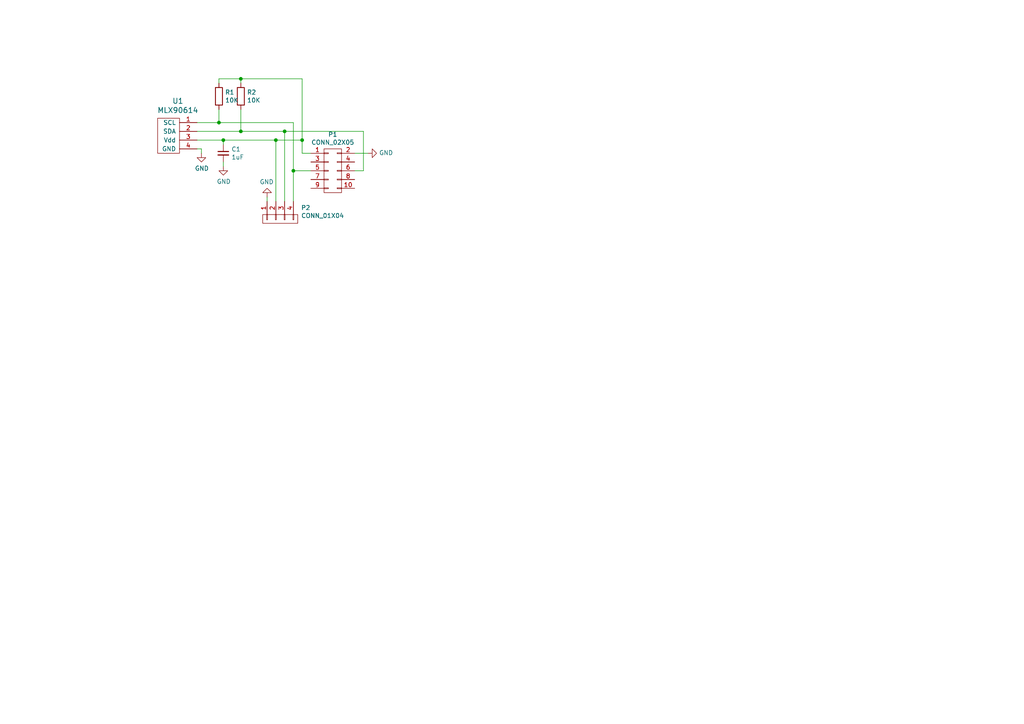
<source format=kicad_sch>
(kicad_sch (version 20230121) (generator eeschema)
  (paper "A4")
  (lib_symbols
    (symbol "MOD-IR-TEMP_RevA-rescue:CONN_01X04" (pin_names (offset 1.016) hide)
      (property "Reference" "P" (at 0 6.35 0))
      (property "Value" "CONN_01X04" (at 2.54 0 90))
      (symbol "CONN_01X04_0_1"
        (rectangle (start -1.27 -3.683) (end 0.254 -3.937))
        (rectangle (start -1.27 -1.143) (end 0.254 -1.397))
        (rectangle (start -1.27 1.397) (end 0.254 1.143))
        (rectangle (start -1.27 3.937) (end 0.254 3.683))
        (rectangle (start -1.27 5.08) (end 1.27 -5.08))
      )
      (symbol "CONN_01X04_1_1"
        (pin passive line (at -5.08 3.81 0) (length 3.81) (name "P1") (number "1"))
        (pin passive line (at -5.08 1.27 0) (length 3.81) (name "P2") (number "2"))
        (pin passive line (at -5.08 -1.27 0) (length 3.81) (name "P3") (number "3"))
        (pin passive line (at -5.08 -3.81 0) (length 3.81) (name "P4") (number "4"))
      )
    )
    (symbol "MOD-IR-TEMP_RevA-rescue:CONN_02X05" (pin_names (offset 0.0254) hide)
      (property "Reference" "P" (at 0 7.62 0))
      (property "Value" "CONN_02X05" (at 0 -7.62 0))
      (symbol "CONN_02X05_0_1"
        (rectangle (start -2.54 -4.953) (end -1.27 -5.207))
        (rectangle (start -2.54 -2.413) (end -1.27 -2.667))
        (rectangle (start -2.54 0.127) (end -1.27 -0.127))
        (rectangle (start -2.54 2.667) (end -1.27 2.413))
        (rectangle (start -2.54 5.207) (end -1.27 4.953))
        (rectangle (start -2.54 6.35) (end 2.54 -6.35))
        (rectangle (start 1.27 -4.953) (end 2.54 -5.207))
        (rectangle (start 1.27 -2.413) (end 2.54 -2.667))
        (rectangle (start 1.27 0.127) (end 2.54 -0.127))
        (rectangle (start 1.27 2.667) (end 2.54 2.413))
        (rectangle (start 1.27 5.207) (end 2.54 4.953))
      )
      (symbol "CONN_02X05_1_1"
        (pin passive line (at -6.35 5.08 0) (length 3.81) (name "P1") (number "1"))
        (pin passive line (at 6.35 -5.08 180) (length 3.81) (name "P10") (number "10"))
        (pin passive line (at 6.35 5.08 180) (length 3.81) (name "P2") (number "2"))
        (pin passive line (at -6.35 2.54 0) (length 3.81) (name "P3") (number "3"))
        (pin passive line (at 6.35 2.54 180) (length 3.81) (name "P4") (number "4"))
        (pin passive line (at -6.35 0 0) (length 3.81) (name "P5") (number "5"))
        (pin passive line (at 6.35 0 180) (length 3.81) (name "P6") (number "6"))
        (pin passive line (at -6.35 -2.54 0) (length 3.81) (name "P7") (number "7"))
        (pin passive line (at 6.35 -2.54 180) (length 3.81) (name "P8") (number "8"))
        (pin passive line (at -6.35 -5.08 0) (length 3.81) (name "P9") (number "9"))
      )
    )
    (symbol "MOD-IR-TEMP_RevA-rescue:C_Small" (pin_numbers hide) (pin_names (offset 0.254) hide)
      (property "Reference" "C" (at 0.254 1.778 0))
      (property "Value" "C_Small" (at 0.254 -2.032 0))
      (symbol "C_Small_0_1"
        (polyline (pts (xy -1.524 -0.508) (xy 1.524 -0.508)) (stroke (width 0.3302)))
        (polyline (pts (xy -1.524 0.508) (xy 1.524 0.508)) (stroke (width 0.3048)))
      )
      (symbol "C_Small_1_1"
        (pin passive line (at 0 2.54 270) (length 2.032) (name "~") (number "1"))
        (pin passive line (at 0 -2.54 90) (length 2.032) (name "~") (number "2"))
      )
    )
    (symbol "MOD-IR-TEMP_RevA-rescue:GND-power" (power) (pin_names (offset 0))
      (property "Value" "GND-power" (at 0 -3.81 0))
      (symbol "GND-power_0_1"
        (polyline (pts (xy 0 0) (xy 0 -1.27) (xy 1.27 -1.27) (xy 0 -2.54) (xy -1.27 -1.27) (xy 0 -1.27)))
      )
      (symbol "GND-power_1_1"
        (pin power_in line (at 0 0 270) (length 0) hide (name "GND") (number "1"))
      )
    )
    (symbol "MOD-IR-TEMP_RevA-rescue:MLX90614" (pin_names (offset 1.016))
      (property "Reference" "U" (at 2.54 7.62 0))
      (property "Value" "MLX90614" (at 2.54 -7.62 0))
      (symbol "MLX90614_0_1"
        (rectangle (start 0 5.08) (end 6.35 -5.08))
      )
      (symbol "MLX90614_1_1"
        (pin input line (at 11.43 3.81 180) (length 5.08) (name "SCL") (number "1"))
        (pin bidirectional line (at 11.43 1.27 180) (length 5.08) (name "SDA") (number "2"))
        (pin power_in line (at 11.43 -1.27 180) (length 5.08) (name "Vdd") (number "3"))
        (pin power_out line (at 11.43 -3.81 180) (length 5.08) (name "GND") (number "4"))
      )
    )
    (symbol "MOD-IR-TEMP_RevA-rescue:R" (pin_numbers hide) (pin_names (offset 0))
      (property "Reference" "R" (at 2.032 0 90))
      (property "Value" "R" (at 0 0 90))
      (symbol "R_0_1"
        (rectangle (start -1.016 -2.54) (end 1.016 2.54) (stroke (width 0.254)))
      )
      (symbol "R_1_1"
        (pin passive line (at 0 3.81 270) (length 1.27) (name "~") (number "1"))
        (pin passive line (at 0 -3.81 90) (length 1.27) (name "~") (number "2"))
      )
    )
  )
  (junction (at 63.5 35.56))
  (junction (at 87.63 40.64))
  (junction (at 64.77 40.64))
  (junction (at 69.85 22.86))
  (junction (at 69.85 38.1))
  (junction (at 82.55 38.1))
  (junction (at 85.09 49.53))
  (junction (at 80.01 40.64))
  (wire (pts (xy 64.77 40.64) (xy 80.01 40.64)))
  (wire (pts (xy 64.77 46.99) (xy 64.77 48.26)))
  (wire (pts (xy 57.15 38.1) (xy 69.85 38.1)))
  (wire (pts (xy 63.5 22.86) (xy 69.85 22.86)))
  (wire (pts (xy 64.77 40.64) (xy 64.77 41.91)))
  (wire (pts (xy 63.5 31.75) (xy 63.5 35.56)))
  (wire (pts (xy 80.01 40.64) (xy 87.63 40.64)))
  (wire (pts (xy 85.09 49.53) (xy 90.17 49.53)))
  (wire (pts (xy 85.09 35.56) (xy 85.09 49.53)))
  (wire (pts (xy 58.42 43.18) (xy 58.42 44.45)))
  (wire (pts (xy 82.55 38.1) (xy 82.55 58.42)))
  (wire (pts (xy 57.15 35.56) (xy 63.5 35.56)))
  (wire (pts (xy 87.63 22.86) (xy 87.63 40.64)))
  (wire (pts (xy 57.15 40.64) (xy 64.77 40.64)))
  (wire (pts (xy 105.41 38.1) (xy 105.41 49.53)))
  (wire (pts (xy 82.55 38.1) (xy 105.41 38.1)))
  (wire (pts (xy 57.15 43.18) (xy 58.42 43.18)))
  (wire (pts (xy 77.47 58.42) (xy 77.47 57.15)))
  (wire (pts (xy 105.41 49.53) (xy 102.87 49.53)))
  (wire (pts (xy 80.01 40.64) (xy 80.01 58.42)))
  (wire (pts (xy 87.63 44.45) (xy 90.17 44.45)))
  (wire (pts (xy 87.63 40.64) (xy 87.63 44.45)))
  (wire (pts (xy 63.5 35.56) (xy 85.09 35.56)))
  (wire (pts (xy 102.87 44.45) (xy 106.68 44.45)))
  (wire (pts (xy 69.85 22.86) (xy 87.63 22.86)))
  (wire (pts (xy 69.85 38.1) (xy 82.55 38.1)))
  (wire (pts (xy 63.5 24.13) (xy 63.5 22.86)))
  (wire (pts (xy 85.09 49.53) (xy 85.09 58.42)))
  (wire (pts (xy 69.85 24.13) (xy 69.85 22.86)))
  (wire (pts (xy 69.85 31.75) (xy 69.85 38.1)))
  (symbol (lib_id "MOD-IR-TEMP_RevA-rescue:CONN_02X05") (at 96.52 49.53 0) (unit 1)
    (property "Reference" "P1" (at 96.52 38.989 0))
    (property "Value" "CONN_02X05" (at 96.52 41.3004 0))
  )
  (symbol (lib_id "MOD-IR-TEMP_RevA-rescue:MLX90614") (at 45.72 39.37 0) (unit 1)
    (property "Reference" "U1" (at 51.5874 29.2862 0) (effects (font (size 1.524 1.524))))
    (property "Value" "MLX90614" (at 51.5874 31.9786 0) (effects (font (size 1.524 1.524))))
  )
  (symbol (lib_id "MOD-IR-TEMP_RevA-rescue:GND-power") (at 58.42 44.45 0) (unit 1)
    (property "Reference" "#PWR1" (effects hide))
    (property "Value" "GND" (at 58.547 48.8442 0))
  )
  (symbol (lib_id "MOD-IR-TEMP_RevA-rescue:C_Small") (at 64.77 44.45 0) (unit 1)
    (property "Reference" "C1" (at 67.1068 43.2816 0) (effects (justify left)))
    (property "Value" "1uF" (at 67.1068 45.593 0) (effects (justify left)))
  )
  (symbol (lib_id "MOD-IR-TEMP_RevA-rescue:R") (at 63.5 27.94 0) (unit 1)
    (property "Reference" "R1" (at 65.278 26.7716 0) (effects (justify left)))
    (property "Value" "10K" (at 65.278 29.083 0) (effects (justify left)))
  )
  (symbol (lib_id "MOD-IR-TEMP_RevA-rescue:R") (at 69.85 27.94 0) (unit 1)
    (property "Reference" "R2" (at 71.628 26.7716 0) (effects (justify left)))
    (property "Value" "10K" (at 71.628 29.083 0) (effects (justify left)))
  )
  (symbol (lib_id "MOD-IR-TEMP_RevA-rescue:GND-power") (at 64.77 48.26 0) (unit 1)
    (property "Reference" "#PWR3" (effects hide))
    (property "Value" "GND" (at 64.897 52.6542 0))
  )
  (symbol (lib_id "MOD-IR-TEMP_RevA-rescue:GND-power") (at 106.68 44.45 90) (unit 1)
    (property "Reference" "#PWR2" (effects hide))
    (property "Value" "GND" (at 109.9312 44.323 90) (effects (justify right)))
  )
  (symbol (lib_id "MOD-IR-TEMP_RevA-rescue:CONN_01X04") (at 81.28 63.5 90) (mirror x) (unit 1)
    (property "Reference" "P2" (at 87.3252 60.2488 90) (effects (justify right)))
    (property "Value" "CONN_01X04" (at 87.3252 62.5602 90) (effects (justify right)))
  )
  (symbol (lib_id "MOD-IR-TEMP_RevA-rescue:GND-power") (at 77.47 57.15 180) (unit 1)
    (property "Reference" "#PWR4" (effects hide))
    (property "Value" "GND" (at 77.343 52.7558 0))
  )
)
</source>
